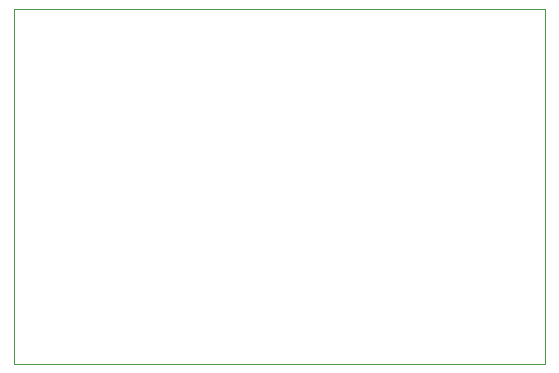
<source format=gbr>
%TF.GenerationSoftware,KiCad,Pcbnew,(5.99.0-10394-g2e15de97e0)*%
%TF.CreationDate,2021-04-26T17:42:33+02:00*%
%TF.ProjectId,TFSBEC01A,54465342-4543-4303-9141-2e6b69636164,rev?*%
%TF.SameCoordinates,Original*%
%TF.FileFunction,Profile,NP*%
%FSLAX46Y46*%
G04 Gerber Fmt 4.6, Leading zero omitted, Abs format (unit mm)*
G04 Created by KiCad (PCBNEW (5.99.0-10394-g2e15de97e0)) date 2021-04-26 17:42:33*
%MOMM*%
%LPD*%
G01*
G04 APERTURE LIST*
%TA.AperFunction,Profile*%
%ADD10C,0.100000*%
%TD*%
G04 APERTURE END LIST*
D10*
X0Y30000000D02*
X45000000Y30000000D01*
X45000000Y30000000D02*
X45000000Y0D01*
X45000000Y0D02*
X0Y0D01*
X0Y0D02*
X0Y30000000D01*
M02*

</source>
